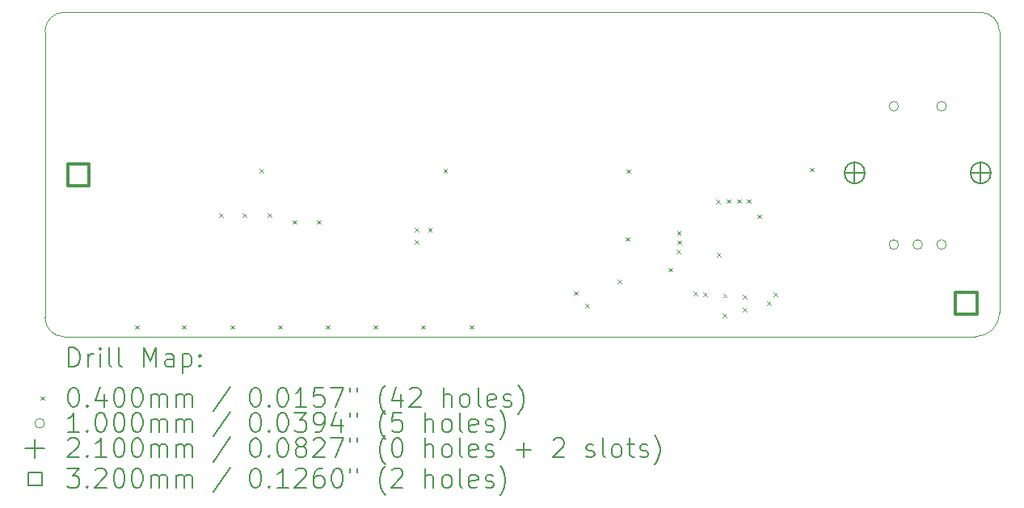
<source format=gbr>
%TF.GenerationSoftware,KiCad,Pcbnew,6.0.11-2627ca5db0~126~ubuntu22.04.1*%
%TF.CreationDate,2024-06-10T15:46:38-04:00*%
%TF.ProjectId,io-board,696f2d62-6f61-4726-942e-6b696361645f,rev?*%
%TF.SameCoordinates,Original*%
%TF.FileFunction,Drillmap*%
%TF.FilePolarity,Positive*%
%FSLAX45Y45*%
G04 Gerber Fmt 4.5, Leading zero omitted, Abs format (unit mm)*
G04 Created by KiCad (PCBNEW 6.0.11-2627ca5db0~126~ubuntu22.04.1) date 2024-06-10 15:46:38*
%MOMM*%
%LPD*%
G01*
G04 APERTURE LIST*
%ADD10C,0.100000*%
%ADD11C,0.200000*%
%ADD12C,0.040000*%
%ADD13C,0.210000*%
%ADD14C,0.320000*%
G04 APERTURE END LIST*
D10*
X19787260Y-7121000D02*
G75*
G03*
X19587260Y-6921000I-200000J0D01*
G01*
X9787260Y-7121000D02*
X9787260Y-10121000D01*
X9987260Y-6921000D02*
X19587260Y-6921000D01*
X19787260Y-10071000D02*
X19787260Y-7121000D01*
X9787260Y-10121000D02*
G75*
G03*
X9987260Y-10321000I200000J0D01*
G01*
X9987260Y-10321000D02*
X19537260Y-10321000D01*
X19537260Y-10321000D02*
G75*
G03*
X19787260Y-10071000I0J250000D01*
G01*
X9987260Y-6921000D02*
G75*
G03*
X9787260Y-7121000I0J-200000D01*
G01*
D11*
D12*
X10730000Y-10200000D02*
X10770000Y-10240000D01*
X10770000Y-10200000D02*
X10730000Y-10240000D01*
X11220000Y-10200000D02*
X11260000Y-10240000D01*
X11260000Y-10200000D02*
X11220000Y-10240000D01*
X11610000Y-9030000D02*
X11650000Y-9070000D01*
X11650000Y-9030000D02*
X11610000Y-9070000D01*
X11730000Y-10200000D02*
X11770000Y-10240000D01*
X11770000Y-10200000D02*
X11730000Y-10240000D01*
X11860000Y-9030000D02*
X11900000Y-9070000D01*
X11900000Y-9030000D02*
X11860000Y-9070000D01*
X12038260Y-8561000D02*
X12078260Y-8601000D01*
X12078260Y-8561000D02*
X12038260Y-8601000D01*
X12120000Y-9030000D02*
X12160000Y-9070000D01*
X12160000Y-9030000D02*
X12120000Y-9070000D01*
X12230000Y-10200000D02*
X12270000Y-10240000D01*
X12270000Y-10200000D02*
X12230000Y-10240000D01*
X12380000Y-9100000D02*
X12420000Y-9140000D01*
X12420000Y-9100000D02*
X12380000Y-9140000D01*
X12639622Y-9101002D02*
X12679622Y-9141002D01*
X12679622Y-9101002D02*
X12639622Y-9141002D01*
X12730000Y-10200000D02*
X12770000Y-10240000D01*
X12770000Y-10200000D02*
X12730000Y-10240000D01*
X13230000Y-10200000D02*
X13270000Y-10240000D01*
X13270000Y-10200000D02*
X13230000Y-10240000D01*
X13660000Y-9180000D02*
X13700000Y-9220000D01*
X13700000Y-9180000D02*
X13660000Y-9220000D01*
X13660000Y-9310000D02*
X13700000Y-9350000D01*
X13700000Y-9310000D02*
X13660000Y-9350000D01*
X13730000Y-10200000D02*
X13770000Y-10240000D01*
X13770000Y-10200000D02*
X13730000Y-10240000D01*
X13800000Y-9180000D02*
X13840000Y-9220000D01*
X13840000Y-9180000D02*
X13800000Y-9220000D01*
X13961260Y-8561000D02*
X14001260Y-8601000D01*
X14001260Y-8561000D02*
X13961260Y-8601000D01*
X14240000Y-10200000D02*
X14280000Y-10240000D01*
X14280000Y-10200000D02*
X14240000Y-10240000D01*
X15331712Y-9846548D02*
X15371712Y-9886548D01*
X15371712Y-9846548D02*
X15331712Y-9886548D01*
X15447260Y-9978950D02*
X15487260Y-10018950D01*
X15487260Y-9978950D02*
X15447260Y-10018950D01*
X15787260Y-9721000D02*
X15827260Y-9761000D01*
X15827260Y-9721000D02*
X15787260Y-9761000D01*
X15872260Y-9279000D02*
X15912260Y-9319000D01*
X15912260Y-9279000D02*
X15872260Y-9319000D01*
X15880260Y-8566000D02*
X15920260Y-8606000D01*
X15920260Y-8566000D02*
X15880260Y-8606000D01*
X16320000Y-9600000D02*
X16360000Y-9640000D01*
X16360000Y-9600000D02*
X16320000Y-9640000D01*
X16407260Y-9410000D02*
X16447260Y-9450000D01*
X16447260Y-9410000D02*
X16407260Y-9450000D01*
X16409218Y-9214466D02*
X16449218Y-9254466D01*
X16449218Y-9214466D02*
X16409218Y-9254466D01*
X16414142Y-9312292D02*
X16454142Y-9352292D01*
X16454142Y-9312292D02*
X16414142Y-9352292D01*
X16580000Y-9850000D02*
X16620000Y-9890000D01*
X16620000Y-9850000D02*
X16580000Y-9890000D01*
X16686025Y-9856025D02*
X16726025Y-9896025D01*
X16726025Y-9856025D02*
X16686025Y-9896025D01*
X16818381Y-8883467D02*
X16858381Y-8923467D01*
X16858381Y-8883467D02*
X16818381Y-8923467D01*
X16825260Y-9443000D02*
X16865260Y-9483000D01*
X16865260Y-9443000D02*
X16825260Y-9483000D01*
X16890000Y-10080000D02*
X16930000Y-10120000D01*
X16930000Y-10080000D02*
X16890000Y-10120000D01*
X16890260Y-9869740D02*
X16930260Y-9909740D01*
X16930260Y-9869740D02*
X16890260Y-9909740D01*
X16930000Y-8880000D02*
X16970000Y-8920000D01*
X16970000Y-8880000D02*
X16930000Y-8920000D01*
X17040000Y-8880000D02*
X17080000Y-8920000D01*
X17080000Y-8880000D02*
X17040000Y-8920000D01*
X17097260Y-9881000D02*
X17137260Y-9921000D01*
X17137260Y-9881000D02*
X17097260Y-9921000D01*
X17097260Y-10017950D02*
X17137260Y-10057950D01*
X17137260Y-10017950D02*
X17097260Y-10057950D01*
X17140000Y-8880000D02*
X17180000Y-8920000D01*
X17180000Y-8880000D02*
X17140000Y-8920000D01*
X17250000Y-9040000D02*
X17290000Y-9080000D01*
X17290000Y-9040000D02*
X17250000Y-9080000D01*
X17350000Y-9950000D02*
X17390000Y-9990000D01*
X17390000Y-9950000D02*
X17350000Y-9990000D01*
X17420000Y-9860000D02*
X17460000Y-9900000D01*
X17460000Y-9860000D02*
X17420000Y-9900000D01*
X17801260Y-8550000D02*
X17841260Y-8590000D01*
X17841260Y-8550000D02*
X17801260Y-8590000D01*
D10*
X18730000Y-7905000D02*
G75*
G03*
X18730000Y-7905000I-50000J0D01*
G01*
X18730000Y-9355000D02*
G75*
G03*
X18730000Y-9355000I-50000J0D01*
G01*
X18980000Y-9355000D02*
G75*
G03*
X18980000Y-9355000I-50000J0D01*
G01*
X19230000Y-7905000D02*
G75*
G03*
X19230000Y-7905000I-50000J0D01*
G01*
X19230000Y-9355000D02*
G75*
G03*
X19230000Y-9355000I-50000J0D01*
G01*
D13*
X18270000Y-8500000D02*
X18270000Y-8710000D01*
X18165000Y-8605000D02*
X18375000Y-8605000D01*
D11*
X18165000Y-8600000D02*
X18165000Y-8610000D01*
X18375000Y-8600000D02*
X18375000Y-8610000D01*
X18165000Y-8610000D02*
G75*
G03*
X18375000Y-8610000I105000J0D01*
G01*
X18375000Y-8600000D02*
G75*
G03*
X18165000Y-8600000I-105000J0D01*
G01*
D13*
X19590000Y-8500000D02*
X19590000Y-8710000D01*
X19485000Y-8605000D02*
X19695000Y-8605000D01*
D11*
X19485000Y-8600000D02*
X19485000Y-8610000D01*
X19695000Y-8600000D02*
X19695000Y-8610000D01*
X19485000Y-8610000D02*
G75*
G03*
X19695000Y-8610000I105000J0D01*
G01*
X19695000Y-8600000D02*
G75*
G03*
X19485000Y-8600000I-105000J0D01*
G01*
D14*
X10250398Y-8736138D02*
X10250398Y-8509862D01*
X10024122Y-8509862D01*
X10024122Y-8736138D01*
X10250398Y-8736138D01*
X19550398Y-10087138D02*
X19550398Y-9860862D01*
X19324122Y-9860862D01*
X19324122Y-10087138D01*
X19550398Y-10087138D01*
D11*
X10039879Y-10636476D02*
X10039879Y-10436476D01*
X10087498Y-10436476D01*
X10116069Y-10446000D01*
X10135117Y-10465048D01*
X10144641Y-10484095D01*
X10154165Y-10522190D01*
X10154165Y-10550762D01*
X10144641Y-10588857D01*
X10135117Y-10607905D01*
X10116069Y-10626952D01*
X10087498Y-10636476D01*
X10039879Y-10636476D01*
X10239879Y-10636476D02*
X10239879Y-10503143D01*
X10239879Y-10541238D02*
X10249403Y-10522190D01*
X10258926Y-10512667D01*
X10277974Y-10503143D01*
X10297022Y-10503143D01*
X10363688Y-10636476D02*
X10363688Y-10503143D01*
X10363688Y-10436476D02*
X10354165Y-10446000D01*
X10363688Y-10455524D01*
X10373212Y-10446000D01*
X10363688Y-10436476D01*
X10363688Y-10455524D01*
X10487498Y-10636476D02*
X10468450Y-10626952D01*
X10458926Y-10607905D01*
X10458926Y-10436476D01*
X10592260Y-10636476D02*
X10573212Y-10626952D01*
X10563688Y-10607905D01*
X10563688Y-10436476D01*
X10820831Y-10636476D02*
X10820831Y-10436476D01*
X10887498Y-10579333D01*
X10954165Y-10436476D01*
X10954165Y-10636476D01*
X11135117Y-10636476D02*
X11135117Y-10531714D01*
X11125593Y-10512667D01*
X11106546Y-10503143D01*
X11068450Y-10503143D01*
X11049403Y-10512667D01*
X11135117Y-10626952D02*
X11116069Y-10636476D01*
X11068450Y-10636476D01*
X11049403Y-10626952D01*
X11039879Y-10607905D01*
X11039879Y-10588857D01*
X11049403Y-10569810D01*
X11068450Y-10560286D01*
X11116069Y-10560286D01*
X11135117Y-10550762D01*
X11230355Y-10503143D02*
X11230355Y-10703143D01*
X11230355Y-10512667D02*
X11249403Y-10503143D01*
X11287498Y-10503143D01*
X11306545Y-10512667D01*
X11316069Y-10522190D01*
X11325593Y-10541238D01*
X11325593Y-10598381D01*
X11316069Y-10617429D01*
X11306545Y-10626952D01*
X11287498Y-10636476D01*
X11249403Y-10636476D01*
X11230355Y-10626952D01*
X11411307Y-10617429D02*
X11420831Y-10626952D01*
X11411307Y-10636476D01*
X11401784Y-10626952D01*
X11411307Y-10617429D01*
X11411307Y-10636476D01*
X11411307Y-10512667D02*
X11420831Y-10522190D01*
X11411307Y-10531714D01*
X11401784Y-10522190D01*
X11411307Y-10512667D01*
X11411307Y-10531714D01*
D12*
X9742260Y-10946000D02*
X9782260Y-10986000D01*
X9782260Y-10946000D02*
X9742260Y-10986000D01*
D11*
X10077974Y-10856476D02*
X10097022Y-10856476D01*
X10116069Y-10866000D01*
X10125593Y-10875524D01*
X10135117Y-10894571D01*
X10144641Y-10932667D01*
X10144641Y-10980286D01*
X10135117Y-11018381D01*
X10125593Y-11037429D01*
X10116069Y-11046952D01*
X10097022Y-11056476D01*
X10077974Y-11056476D01*
X10058926Y-11046952D01*
X10049403Y-11037429D01*
X10039879Y-11018381D01*
X10030355Y-10980286D01*
X10030355Y-10932667D01*
X10039879Y-10894571D01*
X10049403Y-10875524D01*
X10058926Y-10866000D01*
X10077974Y-10856476D01*
X10230355Y-11037429D02*
X10239879Y-11046952D01*
X10230355Y-11056476D01*
X10220831Y-11046952D01*
X10230355Y-11037429D01*
X10230355Y-11056476D01*
X10411307Y-10923143D02*
X10411307Y-11056476D01*
X10363688Y-10846952D02*
X10316069Y-10989810D01*
X10439879Y-10989810D01*
X10554165Y-10856476D02*
X10573212Y-10856476D01*
X10592260Y-10866000D01*
X10601784Y-10875524D01*
X10611307Y-10894571D01*
X10620831Y-10932667D01*
X10620831Y-10980286D01*
X10611307Y-11018381D01*
X10601784Y-11037429D01*
X10592260Y-11046952D01*
X10573212Y-11056476D01*
X10554165Y-11056476D01*
X10535117Y-11046952D01*
X10525593Y-11037429D01*
X10516069Y-11018381D01*
X10506546Y-10980286D01*
X10506546Y-10932667D01*
X10516069Y-10894571D01*
X10525593Y-10875524D01*
X10535117Y-10866000D01*
X10554165Y-10856476D01*
X10744641Y-10856476D02*
X10763688Y-10856476D01*
X10782736Y-10866000D01*
X10792260Y-10875524D01*
X10801784Y-10894571D01*
X10811307Y-10932667D01*
X10811307Y-10980286D01*
X10801784Y-11018381D01*
X10792260Y-11037429D01*
X10782736Y-11046952D01*
X10763688Y-11056476D01*
X10744641Y-11056476D01*
X10725593Y-11046952D01*
X10716069Y-11037429D01*
X10706546Y-11018381D01*
X10697022Y-10980286D01*
X10697022Y-10932667D01*
X10706546Y-10894571D01*
X10716069Y-10875524D01*
X10725593Y-10866000D01*
X10744641Y-10856476D01*
X10897022Y-11056476D02*
X10897022Y-10923143D01*
X10897022Y-10942190D02*
X10906546Y-10932667D01*
X10925593Y-10923143D01*
X10954165Y-10923143D01*
X10973212Y-10932667D01*
X10982736Y-10951714D01*
X10982736Y-11056476D01*
X10982736Y-10951714D02*
X10992260Y-10932667D01*
X11011307Y-10923143D01*
X11039879Y-10923143D01*
X11058926Y-10932667D01*
X11068450Y-10951714D01*
X11068450Y-11056476D01*
X11163688Y-11056476D02*
X11163688Y-10923143D01*
X11163688Y-10942190D02*
X11173212Y-10932667D01*
X11192260Y-10923143D01*
X11220831Y-10923143D01*
X11239879Y-10932667D01*
X11249403Y-10951714D01*
X11249403Y-11056476D01*
X11249403Y-10951714D02*
X11258926Y-10932667D01*
X11277974Y-10923143D01*
X11306545Y-10923143D01*
X11325593Y-10932667D01*
X11335117Y-10951714D01*
X11335117Y-11056476D01*
X11725593Y-10846952D02*
X11554164Y-11104095D01*
X11982736Y-10856476D02*
X12001784Y-10856476D01*
X12020831Y-10866000D01*
X12030355Y-10875524D01*
X12039879Y-10894571D01*
X12049403Y-10932667D01*
X12049403Y-10980286D01*
X12039879Y-11018381D01*
X12030355Y-11037429D01*
X12020831Y-11046952D01*
X12001784Y-11056476D01*
X11982736Y-11056476D01*
X11963688Y-11046952D01*
X11954164Y-11037429D01*
X11944641Y-11018381D01*
X11935117Y-10980286D01*
X11935117Y-10932667D01*
X11944641Y-10894571D01*
X11954164Y-10875524D01*
X11963688Y-10866000D01*
X11982736Y-10856476D01*
X12135117Y-11037429D02*
X12144641Y-11046952D01*
X12135117Y-11056476D01*
X12125593Y-11046952D01*
X12135117Y-11037429D01*
X12135117Y-11056476D01*
X12268450Y-10856476D02*
X12287498Y-10856476D01*
X12306545Y-10866000D01*
X12316069Y-10875524D01*
X12325593Y-10894571D01*
X12335117Y-10932667D01*
X12335117Y-10980286D01*
X12325593Y-11018381D01*
X12316069Y-11037429D01*
X12306545Y-11046952D01*
X12287498Y-11056476D01*
X12268450Y-11056476D01*
X12249403Y-11046952D01*
X12239879Y-11037429D01*
X12230355Y-11018381D01*
X12220831Y-10980286D01*
X12220831Y-10932667D01*
X12230355Y-10894571D01*
X12239879Y-10875524D01*
X12249403Y-10866000D01*
X12268450Y-10856476D01*
X12525593Y-11056476D02*
X12411307Y-11056476D01*
X12468450Y-11056476D02*
X12468450Y-10856476D01*
X12449403Y-10885048D01*
X12430355Y-10904095D01*
X12411307Y-10913619D01*
X12706545Y-10856476D02*
X12611307Y-10856476D01*
X12601784Y-10951714D01*
X12611307Y-10942190D01*
X12630355Y-10932667D01*
X12677974Y-10932667D01*
X12697022Y-10942190D01*
X12706545Y-10951714D01*
X12716069Y-10970762D01*
X12716069Y-11018381D01*
X12706545Y-11037429D01*
X12697022Y-11046952D01*
X12677974Y-11056476D01*
X12630355Y-11056476D01*
X12611307Y-11046952D01*
X12601784Y-11037429D01*
X12782736Y-10856476D02*
X12916069Y-10856476D01*
X12830355Y-11056476D01*
X12982736Y-10856476D02*
X12982736Y-10894571D01*
X13058926Y-10856476D02*
X13058926Y-10894571D01*
X13354164Y-11132667D02*
X13344641Y-11123143D01*
X13325593Y-11094571D01*
X13316069Y-11075524D01*
X13306545Y-11046952D01*
X13297022Y-10999333D01*
X13297022Y-10961238D01*
X13306545Y-10913619D01*
X13316069Y-10885048D01*
X13325593Y-10866000D01*
X13344641Y-10837429D01*
X13354164Y-10827905D01*
X13516069Y-10923143D02*
X13516069Y-11056476D01*
X13468450Y-10846952D02*
X13420831Y-10989810D01*
X13544641Y-10989810D01*
X13611307Y-10875524D02*
X13620831Y-10866000D01*
X13639879Y-10856476D01*
X13687498Y-10856476D01*
X13706545Y-10866000D01*
X13716069Y-10875524D01*
X13725593Y-10894571D01*
X13725593Y-10913619D01*
X13716069Y-10942190D01*
X13601784Y-11056476D01*
X13725593Y-11056476D01*
X13963688Y-11056476D02*
X13963688Y-10856476D01*
X14049403Y-11056476D02*
X14049403Y-10951714D01*
X14039879Y-10932667D01*
X14020831Y-10923143D01*
X13992260Y-10923143D01*
X13973212Y-10932667D01*
X13963688Y-10942190D01*
X14173212Y-11056476D02*
X14154164Y-11046952D01*
X14144641Y-11037429D01*
X14135117Y-11018381D01*
X14135117Y-10961238D01*
X14144641Y-10942190D01*
X14154164Y-10932667D01*
X14173212Y-10923143D01*
X14201784Y-10923143D01*
X14220831Y-10932667D01*
X14230355Y-10942190D01*
X14239879Y-10961238D01*
X14239879Y-11018381D01*
X14230355Y-11037429D01*
X14220831Y-11046952D01*
X14201784Y-11056476D01*
X14173212Y-11056476D01*
X14354164Y-11056476D02*
X14335117Y-11046952D01*
X14325593Y-11027905D01*
X14325593Y-10856476D01*
X14506545Y-11046952D02*
X14487498Y-11056476D01*
X14449403Y-11056476D01*
X14430355Y-11046952D01*
X14420831Y-11027905D01*
X14420831Y-10951714D01*
X14430355Y-10932667D01*
X14449403Y-10923143D01*
X14487498Y-10923143D01*
X14506545Y-10932667D01*
X14516069Y-10951714D01*
X14516069Y-10970762D01*
X14420831Y-10989810D01*
X14592260Y-11046952D02*
X14611307Y-11056476D01*
X14649403Y-11056476D01*
X14668450Y-11046952D01*
X14677974Y-11027905D01*
X14677974Y-11018381D01*
X14668450Y-10999333D01*
X14649403Y-10989810D01*
X14620831Y-10989810D01*
X14601784Y-10980286D01*
X14592260Y-10961238D01*
X14592260Y-10951714D01*
X14601784Y-10932667D01*
X14620831Y-10923143D01*
X14649403Y-10923143D01*
X14668450Y-10932667D01*
X14744641Y-11132667D02*
X14754164Y-11123143D01*
X14773212Y-11094571D01*
X14782736Y-11075524D01*
X14792260Y-11046952D01*
X14801784Y-10999333D01*
X14801784Y-10961238D01*
X14792260Y-10913619D01*
X14782736Y-10885048D01*
X14773212Y-10866000D01*
X14754164Y-10837429D01*
X14744641Y-10827905D01*
D10*
X9782260Y-11230000D02*
G75*
G03*
X9782260Y-11230000I-50000J0D01*
G01*
D11*
X10144641Y-11320476D02*
X10030355Y-11320476D01*
X10087498Y-11320476D02*
X10087498Y-11120476D01*
X10068450Y-11149048D01*
X10049403Y-11168095D01*
X10030355Y-11177619D01*
X10230355Y-11301428D02*
X10239879Y-11310952D01*
X10230355Y-11320476D01*
X10220831Y-11310952D01*
X10230355Y-11301428D01*
X10230355Y-11320476D01*
X10363688Y-11120476D02*
X10382736Y-11120476D01*
X10401784Y-11130000D01*
X10411307Y-11139524D01*
X10420831Y-11158571D01*
X10430355Y-11196667D01*
X10430355Y-11244286D01*
X10420831Y-11282381D01*
X10411307Y-11301428D01*
X10401784Y-11310952D01*
X10382736Y-11320476D01*
X10363688Y-11320476D01*
X10344641Y-11310952D01*
X10335117Y-11301428D01*
X10325593Y-11282381D01*
X10316069Y-11244286D01*
X10316069Y-11196667D01*
X10325593Y-11158571D01*
X10335117Y-11139524D01*
X10344641Y-11130000D01*
X10363688Y-11120476D01*
X10554165Y-11120476D02*
X10573212Y-11120476D01*
X10592260Y-11130000D01*
X10601784Y-11139524D01*
X10611307Y-11158571D01*
X10620831Y-11196667D01*
X10620831Y-11244286D01*
X10611307Y-11282381D01*
X10601784Y-11301428D01*
X10592260Y-11310952D01*
X10573212Y-11320476D01*
X10554165Y-11320476D01*
X10535117Y-11310952D01*
X10525593Y-11301428D01*
X10516069Y-11282381D01*
X10506546Y-11244286D01*
X10506546Y-11196667D01*
X10516069Y-11158571D01*
X10525593Y-11139524D01*
X10535117Y-11130000D01*
X10554165Y-11120476D01*
X10744641Y-11120476D02*
X10763688Y-11120476D01*
X10782736Y-11130000D01*
X10792260Y-11139524D01*
X10801784Y-11158571D01*
X10811307Y-11196667D01*
X10811307Y-11244286D01*
X10801784Y-11282381D01*
X10792260Y-11301428D01*
X10782736Y-11310952D01*
X10763688Y-11320476D01*
X10744641Y-11320476D01*
X10725593Y-11310952D01*
X10716069Y-11301428D01*
X10706546Y-11282381D01*
X10697022Y-11244286D01*
X10697022Y-11196667D01*
X10706546Y-11158571D01*
X10716069Y-11139524D01*
X10725593Y-11130000D01*
X10744641Y-11120476D01*
X10897022Y-11320476D02*
X10897022Y-11187143D01*
X10897022Y-11206190D02*
X10906546Y-11196667D01*
X10925593Y-11187143D01*
X10954165Y-11187143D01*
X10973212Y-11196667D01*
X10982736Y-11215714D01*
X10982736Y-11320476D01*
X10982736Y-11215714D02*
X10992260Y-11196667D01*
X11011307Y-11187143D01*
X11039879Y-11187143D01*
X11058926Y-11196667D01*
X11068450Y-11215714D01*
X11068450Y-11320476D01*
X11163688Y-11320476D02*
X11163688Y-11187143D01*
X11163688Y-11206190D02*
X11173212Y-11196667D01*
X11192260Y-11187143D01*
X11220831Y-11187143D01*
X11239879Y-11196667D01*
X11249403Y-11215714D01*
X11249403Y-11320476D01*
X11249403Y-11215714D02*
X11258926Y-11196667D01*
X11277974Y-11187143D01*
X11306545Y-11187143D01*
X11325593Y-11196667D01*
X11335117Y-11215714D01*
X11335117Y-11320476D01*
X11725593Y-11110952D02*
X11554164Y-11368095D01*
X11982736Y-11120476D02*
X12001784Y-11120476D01*
X12020831Y-11130000D01*
X12030355Y-11139524D01*
X12039879Y-11158571D01*
X12049403Y-11196667D01*
X12049403Y-11244286D01*
X12039879Y-11282381D01*
X12030355Y-11301428D01*
X12020831Y-11310952D01*
X12001784Y-11320476D01*
X11982736Y-11320476D01*
X11963688Y-11310952D01*
X11954164Y-11301428D01*
X11944641Y-11282381D01*
X11935117Y-11244286D01*
X11935117Y-11196667D01*
X11944641Y-11158571D01*
X11954164Y-11139524D01*
X11963688Y-11130000D01*
X11982736Y-11120476D01*
X12135117Y-11301428D02*
X12144641Y-11310952D01*
X12135117Y-11320476D01*
X12125593Y-11310952D01*
X12135117Y-11301428D01*
X12135117Y-11320476D01*
X12268450Y-11120476D02*
X12287498Y-11120476D01*
X12306545Y-11130000D01*
X12316069Y-11139524D01*
X12325593Y-11158571D01*
X12335117Y-11196667D01*
X12335117Y-11244286D01*
X12325593Y-11282381D01*
X12316069Y-11301428D01*
X12306545Y-11310952D01*
X12287498Y-11320476D01*
X12268450Y-11320476D01*
X12249403Y-11310952D01*
X12239879Y-11301428D01*
X12230355Y-11282381D01*
X12220831Y-11244286D01*
X12220831Y-11196667D01*
X12230355Y-11158571D01*
X12239879Y-11139524D01*
X12249403Y-11130000D01*
X12268450Y-11120476D01*
X12401784Y-11120476D02*
X12525593Y-11120476D01*
X12458926Y-11196667D01*
X12487498Y-11196667D01*
X12506545Y-11206190D01*
X12516069Y-11215714D01*
X12525593Y-11234762D01*
X12525593Y-11282381D01*
X12516069Y-11301428D01*
X12506545Y-11310952D01*
X12487498Y-11320476D01*
X12430355Y-11320476D01*
X12411307Y-11310952D01*
X12401784Y-11301428D01*
X12620831Y-11320476D02*
X12658926Y-11320476D01*
X12677974Y-11310952D01*
X12687498Y-11301428D01*
X12706545Y-11272857D01*
X12716069Y-11234762D01*
X12716069Y-11158571D01*
X12706545Y-11139524D01*
X12697022Y-11130000D01*
X12677974Y-11120476D01*
X12639879Y-11120476D01*
X12620831Y-11130000D01*
X12611307Y-11139524D01*
X12601784Y-11158571D01*
X12601784Y-11206190D01*
X12611307Y-11225238D01*
X12620831Y-11234762D01*
X12639879Y-11244286D01*
X12677974Y-11244286D01*
X12697022Y-11234762D01*
X12706545Y-11225238D01*
X12716069Y-11206190D01*
X12887498Y-11187143D02*
X12887498Y-11320476D01*
X12839879Y-11110952D02*
X12792260Y-11253809D01*
X12916069Y-11253809D01*
X12982736Y-11120476D02*
X12982736Y-11158571D01*
X13058926Y-11120476D02*
X13058926Y-11158571D01*
X13354164Y-11396667D02*
X13344641Y-11387143D01*
X13325593Y-11358571D01*
X13316069Y-11339524D01*
X13306545Y-11310952D01*
X13297022Y-11263333D01*
X13297022Y-11225238D01*
X13306545Y-11177619D01*
X13316069Y-11149048D01*
X13325593Y-11130000D01*
X13344641Y-11101429D01*
X13354164Y-11091905D01*
X13525593Y-11120476D02*
X13430355Y-11120476D01*
X13420831Y-11215714D01*
X13430355Y-11206190D01*
X13449403Y-11196667D01*
X13497022Y-11196667D01*
X13516069Y-11206190D01*
X13525593Y-11215714D01*
X13535117Y-11234762D01*
X13535117Y-11282381D01*
X13525593Y-11301428D01*
X13516069Y-11310952D01*
X13497022Y-11320476D01*
X13449403Y-11320476D01*
X13430355Y-11310952D01*
X13420831Y-11301428D01*
X13773212Y-11320476D02*
X13773212Y-11120476D01*
X13858926Y-11320476D02*
X13858926Y-11215714D01*
X13849403Y-11196667D01*
X13830355Y-11187143D01*
X13801784Y-11187143D01*
X13782736Y-11196667D01*
X13773212Y-11206190D01*
X13982736Y-11320476D02*
X13963688Y-11310952D01*
X13954164Y-11301428D01*
X13944641Y-11282381D01*
X13944641Y-11225238D01*
X13954164Y-11206190D01*
X13963688Y-11196667D01*
X13982736Y-11187143D01*
X14011307Y-11187143D01*
X14030355Y-11196667D01*
X14039879Y-11206190D01*
X14049403Y-11225238D01*
X14049403Y-11282381D01*
X14039879Y-11301428D01*
X14030355Y-11310952D01*
X14011307Y-11320476D01*
X13982736Y-11320476D01*
X14163688Y-11320476D02*
X14144641Y-11310952D01*
X14135117Y-11291905D01*
X14135117Y-11120476D01*
X14316069Y-11310952D02*
X14297022Y-11320476D01*
X14258926Y-11320476D01*
X14239879Y-11310952D01*
X14230355Y-11291905D01*
X14230355Y-11215714D01*
X14239879Y-11196667D01*
X14258926Y-11187143D01*
X14297022Y-11187143D01*
X14316069Y-11196667D01*
X14325593Y-11215714D01*
X14325593Y-11234762D01*
X14230355Y-11253809D01*
X14401784Y-11310952D02*
X14420831Y-11320476D01*
X14458926Y-11320476D01*
X14477974Y-11310952D01*
X14487498Y-11291905D01*
X14487498Y-11282381D01*
X14477974Y-11263333D01*
X14458926Y-11253809D01*
X14430355Y-11253809D01*
X14411307Y-11244286D01*
X14401784Y-11225238D01*
X14401784Y-11215714D01*
X14411307Y-11196667D01*
X14430355Y-11187143D01*
X14458926Y-11187143D01*
X14477974Y-11196667D01*
X14554164Y-11396667D02*
X14563688Y-11387143D01*
X14582736Y-11358571D01*
X14592260Y-11339524D01*
X14601784Y-11310952D01*
X14611307Y-11263333D01*
X14611307Y-11225238D01*
X14601784Y-11177619D01*
X14592260Y-11149048D01*
X14582736Y-11130000D01*
X14563688Y-11101429D01*
X14554164Y-11091905D01*
X9682260Y-11394000D02*
X9682260Y-11594000D01*
X9582260Y-11494000D02*
X9782260Y-11494000D01*
X10030355Y-11403524D02*
X10039879Y-11394000D01*
X10058926Y-11384476D01*
X10106546Y-11384476D01*
X10125593Y-11394000D01*
X10135117Y-11403524D01*
X10144641Y-11422571D01*
X10144641Y-11441619D01*
X10135117Y-11470190D01*
X10020831Y-11584476D01*
X10144641Y-11584476D01*
X10230355Y-11565428D02*
X10239879Y-11574952D01*
X10230355Y-11584476D01*
X10220831Y-11574952D01*
X10230355Y-11565428D01*
X10230355Y-11584476D01*
X10430355Y-11584476D02*
X10316069Y-11584476D01*
X10373212Y-11584476D02*
X10373212Y-11384476D01*
X10354165Y-11413048D01*
X10335117Y-11432095D01*
X10316069Y-11441619D01*
X10554165Y-11384476D02*
X10573212Y-11384476D01*
X10592260Y-11394000D01*
X10601784Y-11403524D01*
X10611307Y-11422571D01*
X10620831Y-11460667D01*
X10620831Y-11508286D01*
X10611307Y-11546381D01*
X10601784Y-11565428D01*
X10592260Y-11574952D01*
X10573212Y-11584476D01*
X10554165Y-11584476D01*
X10535117Y-11574952D01*
X10525593Y-11565428D01*
X10516069Y-11546381D01*
X10506546Y-11508286D01*
X10506546Y-11460667D01*
X10516069Y-11422571D01*
X10525593Y-11403524D01*
X10535117Y-11394000D01*
X10554165Y-11384476D01*
X10744641Y-11384476D02*
X10763688Y-11384476D01*
X10782736Y-11394000D01*
X10792260Y-11403524D01*
X10801784Y-11422571D01*
X10811307Y-11460667D01*
X10811307Y-11508286D01*
X10801784Y-11546381D01*
X10792260Y-11565428D01*
X10782736Y-11574952D01*
X10763688Y-11584476D01*
X10744641Y-11584476D01*
X10725593Y-11574952D01*
X10716069Y-11565428D01*
X10706546Y-11546381D01*
X10697022Y-11508286D01*
X10697022Y-11460667D01*
X10706546Y-11422571D01*
X10716069Y-11403524D01*
X10725593Y-11394000D01*
X10744641Y-11384476D01*
X10897022Y-11584476D02*
X10897022Y-11451143D01*
X10897022Y-11470190D02*
X10906546Y-11460667D01*
X10925593Y-11451143D01*
X10954165Y-11451143D01*
X10973212Y-11460667D01*
X10982736Y-11479714D01*
X10982736Y-11584476D01*
X10982736Y-11479714D02*
X10992260Y-11460667D01*
X11011307Y-11451143D01*
X11039879Y-11451143D01*
X11058926Y-11460667D01*
X11068450Y-11479714D01*
X11068450Y-11584476D01*
X11163688Y-11584476D02*
X11163688Y-11451143D01*
X11163688Y-11470190D02*
X11173212Y-11460667D01*
X11192260Y-11451143D01*
X11220831Y-11451143D01*
X11239879Y-11460667D01*
X11249403Y-11479714D01*
X11249403Y-11584476D01*
X11249403Y-11479714D02*
X11258926Y-11460667D01*
X11277974Y-11451143D01*
X11306545Y-11451143D01*
X11325593Y-11460667D01*
X11335117Y-11479714D01*
X11335117Y-11584476D01*
X11725593Y-11374952D02*
X11554164Y-11632095D01*
X11982736Y-11384476D02*
X12001784Y-11384476D01*
X12020831Y-11394000D01*
X12030355Y-11403524D01*
X12039879Y-11422571D01*
X12049403Y-11460667D01*
X12049403Y-11508286D01*
X12039879Y-11546381D01*
X12030355Y-11565428D01*
X12020831Y-11574952D01*
X12001784Y-11584476D01*
X11982736Y-11584476D01*
X11963688Y-11574952D01*
X11954164Y-11565428D01*
X11944641Y-11546381D01*
X11935117Y-11508286D01*
X11935117Y-11460667D01*
X11944641Y-11422571D01*
X11954164Y-11403524D01*
X11963688Y-11394000D01*
X11982736Y-11384476D01*
X12135117Y-11565428D02*
X12144641Y-11574952D01*
X12135117Y-11584476D01*
X12125593Y-11574952D01*
X12135117Y-11565428D01*
X12135117Y-11584476D01*
X12268450Y-11384476D02*
X12287498Y-11384476D01*
X12306545Y-11394000D01*
X12316069Y-11403524D01*
X12325593Y-11422571D01*
X12335117Y-11460667D01*
X12335117Y-11508286D01*
X12325593Y-11546381D01*
X12316069Y-11565428D01*
X12306545Y-11574952D01*
X12287498Y-11584476D01*
X12268450Y-11584476D01*
X12249403Y-11574952D01*
X12239879Y-11565428D01*
X12230355Y-11546381D01*
X12220831Y-11508286D01*
X12220831Y-11460667D01*
X12230355Y-11422571D01*
X12239879Y-11403524D01*
X12249403Y-11394000D01*
X12268450Y-11384476D01*
X12449403Y-11470190D02*
X12430355Y-11460667D01*
X12420831Y-11451143D01*
X12411307Y-11432095D01*
X12411307Y-11422571D01*
X12420831Y-11403524D01*
X12430355Y-11394000D01*
X12449403Y-11384476D01*
X12487498Y-11384476D01*
X12506545Y-11394000D01*
X12516069Y-11403524D01*
X12525593Y-11422571D01*
X12525593Y-11432095D01*
X12516069Y-11451143D01*
X12506545Y-11460667D01*
X12487498Y-11470190D01*
X12449403Y-11470190D01*
X12430355Y-11479714D01*
X12420831Y-11489238D01*
X12411307Y-11508286D01*
X12411307Y-11546381D01*
X12420831Y-11565428D01*
X12430355Y-11574952D01*
X12449403Y-11584476D01*
X12487498Y-11584476D01*
X12506545Y-11574952D01*
X12516069Y-11565428D01*
X12525593Y-11546381D01*
X12525593Y-11508286D01*
X12516069Y-11489238D01*
X12506545Y-11479714D01*
X12487498Y-11470190D01*
X12601784Y-11403524D02*
X12611307Y-11394000D01*
X12630355Y-11384476D01*
X12677974Y-11384476D01*
X12697022Y-11394000D01*
X12706545Y-11403524D01*
X12716069Y-11422571D01*
X12716069Y-11441619D01*
X12706545Y-11470190D01*
X12592260Y-11584476D01*
X12716069Y-11584476D01*
X12782736Y-11384476D02*
X12916069Y-11384476D01*
X12830355Y-11584476D01*
X12982736Y-11384476D02*
X12982736Y-11422571D01*
X13058926Y-11384476D02*
X13058926Y-11422571D01*
X13354164Y-11660667D02*
X13344641Y-11651143D01*
X13325593Y-11622571D01*
X13316069Y-11603524D01*
X13306545Y-11574952D01*
X13297022Y-11527333D01*
X13297022Y-11489238D01*
X13306545Y-11441619D01*
X13316069Y-11413048D01*
X13325593Y-11394000D01*
X13344641Y-11365428D01*
X13354164Y-11355905D01*
X13468450Y-11384476D02*
X13487498Y-11384476D01*
X13506545Y-11394000D01*
X13516069Y-11403524D01*
X13525593Y-11422571D01*
X13535117Y-11460667D01*
X13535117Y-11508286D01*
X13525593Y-11546381D01*
X13516069Y-11565428D01*
X13506545Y-11574952D01*
X13487498Y-11584476D01*
X13468450Y-11584476D01*
X13449403Y-11574952D01*
X13439879Y-11565428D01*
X13430355Y-11546381D01*
X13420831Y-11508286D01*
X13420831Y-11460667D01*
X13430355Y-11422571D01*
X13439879Y-11403524D01*
X13449403Y-11394000D01*
X13468450Y-11384476D01*
X13773212Y-11584476D02*
X13773212Y-11384476D01*
X13858926Y-11584476D02*
X13858926Y-11479714D01*
X13849403Y-11460667D01*
X13830355Y-11451143D01*
X13801784Y-11451143D01*
X13782736Y-11460667D01*
X13773212Y-11470190D01*
X13982736Y-11584476D02*
X13963688Y-11574952D01*
X13954164Y-11565428D01*
X13944641Y-11546381D01*
X13944641Y-11489238D01*
X13954164Y-11470190D01*
X13963688Y-11460667D01*
X13982736Y-11451143D01*
X14011307Y-11451143D01*
X14030355Y-11460667D01*
X14039879Y-11470190D01*
X14049403Y-11489238D01*
X14049403Y-11546381D01*
X14039879Y-11565428D01*
X14030355Y-11574952D01*
X14011307Y-11584476D01*
X13982736Y-11584476D01*
X14163688Y-11584476D02*
X14144641Y-11574952D01*
X14135117Y-11555905D01*
X14135117Y-11384476D01*
X14316069Y-11574952D02*
X14297022Y-11584476D01*
X14258926Y-11584476D01*
X14239879Y-11574952D01*
X14230355Y-11555905D01*
X14230355Y-11479714D01*
X14239879Y-11460667D01*
X14258926Y-11451143D01*
X14297022Y-11451143D01*
X14316069Y-11460667D01*
X14325593Y-11479714D01*
X14325593Y-11498762D01*
X14230355Y-11517809D01*
X14401784Y-11574952D02*
X14420831Y-11584476D01*
X14458926Y-11584476D01*
X14477974Y-11574952D01*
X14487498Y-11555905D01*
X14487498Y-11546381D01*
X14477974Y-11527333D01*
X14458926Y-11517809D01*
X14430355Y-11517809D01*
X14411307Y-11508286D01*
X14401784Y-11489238D01*
X14401784Y-11479714D01*
X14411307Y-11460667D01*
X14430355Y-11451143D01*
X14458926Y-11451143D01*
X14477974Y-11460667D01*
X14725593Y-11508286D02*
X14877974Y-11508286D01*
X14801784Y-11584476D02*
X14801784Y-11432095D01*
X15116069Y-11403524D02*
X15125593Y-11394000D01*
X15144641Y-11384476D01*
X15192260Y-11384476D01*
X15211307Y-11394000D01*
X15220831Y-11403524D01*
X15230355Y-11422571D01*
X15230355Y-11441619D01*
X15220831Y-11470190D01*
X15106545Y-11584476D01*
X15230355Y-11584476D01*
X15458926Y-11574952D02*
X15477974Y-11584476D01*
X15516069Y-11584476D01*
X15535117Y-11574952D01*
X15544641Y-11555905D01*
X15544641Y-11546381D01*
X15535117Y-11527333D01*
X15516069Y-11517809D01*
X15487498Y-11517809D01*
X15468450Y-11508286D01*
X15458926Y-11489238D01*
X15458926Y-11479714D01*
X15468450Y-11460667D01*
X15487498Y-11451143D01*
X15516069Y-11451143D01*
X15535117Y-11460667D01*
X15658926Y-11584476D02*
X15639879Y-11574952D01*
X15630355Y-11555905D01*
X15630355Y-11384476D01*
X15763688Y-11584476D02*
X15744641Y-11574952D01*
X15735117Y-11565428D01*
X15725593Y-11546381D01*
X15725593Y-11489238D01*
X15735117Y-11470190D01*
X15744641Y-11460667D01*
X15763688Y-11451143D01*
X15792260Y-11451143D01*
X15811307Y-11460667D01*
X15820831Y-11470190D01*
X15830355Y-11489238D01*
X15830355Y-11546381D01*
X15820831Y-11565428D01*
X15811307Y-11574952D01*
X15792260Y-11584476D01*
X15763688Y-11584476D01*
X15887498Y-11451143D02*
X15963688Y-11451143D01*
X15916069Y-11384476D02*
X15916069Y-11555905D01*
X15925593Y-11574952D01*
X15944641Y-11584476D01*
X15963688Y-11584476D01*
X16020831Y-11574952D02*
X16039879Y-11584476D01*
X16077974Y-11584476D01*
X16097022Y-11574952D01*
X16106545Y-11555905D01*
X16106545Y-11546381D01*
X16097022Y-11527333D01*
X16077974Y-11517809D01*
X16049403Y-11517809D01*
X16030355Y-11508286D01*
X16020831Y-11489238D01*
X16020831Y-11479714D01*
X16030355Y-11460667D01*
X16049403Y-11451143D01*
X16077974Y-11451143D01*
X16097022Y-11460667D01*
X16173212Y-11660667D02*
X16182736Y-11651143D01*
X16201784Y-11622571D01*
X16211307Y-11603524D01*
X16220831Y-11574952D01*
X16230355Y-11527333D01*
X16230355Y-11489238D01*
X16220831Y-11441619D01*
X16211307Y-11413048D01*
X16201784Y-11394000D01*
X16182736Y-11365428D01*
X16173212Y-11355905D01*
X9752971Y-11884711D02*
X9752971Y-11743289D01*
X9611548Y-11743289D01*
X9611548Y-11884711D01*
X9752971Y-11884711D01*
X10020831Y-11704476D02*
X10144641Y-11704476D01*
X10077974Y-11780667D01*
X10106546Y-11780667D01*
X10125593Y-11790190D01*
X10135117Y-11799714D01*
X10144641Y-11818762D01*
X10144641Y-11866381D01*
X10135117Y-11885428D01*
X10125593Y-11894952D01*
X10106546Y-11904476D01*
X10049403Y-11904476D01*
X10030355Y-11894952D01*
X10020831Y-11885428D01*
X10230355Y-11885428D02*
X10239879Y-11894952D01*
X10230355Y-11904476D01*
X10220831Y-11894952D01*
X10230355Y-11885428D01*
X10230355Y-11904476D01*
X10316069Y-11723524D02*
X10325593Y-11714000D01*
X10344641Y-11704476D01*
X10392260Y-11704476D01*
X10411307Y-11714000D01*
X10420831Y-11723524D01*
X10430355Y-11742571D01*
X10430355Y-11761619D01*
X10420831Y-11790190D01*
X10306546Y-11904476D01*
X10430355Y-11904476D01*
X10554165Y-11704476D02*
X10573212Y-11704476D01*
X10592260Y-11714000D01*
X10601784Y-11723524D01*
X10611307Y-11742571D01*
X10620831Y-11780667D01*
X10620831Y-11828286D01*
X10611307Y-11866381D01*
X10601784Y-11885428D01*
X10592260Y-11894952D01*
X10573212Y-11904476D01*
X10554165Y-11904476D01*
X10535117Y-11894952D01*
X10525593Y-11885428D01*
X10516069Y-11866381D01*
X10506546Y-11828286D01*
X10506546Y-11780667D01*
X10516069Y-11742571D01*
X10525593Y-11723524D01*
X10535117Y-11714000D01*
X10554165Y-11704476D01*
X10744641Y-11704476D02*
X10763688Y-11704476D01*
X10782736Y-11714000D01*
X10792260Y-11723524D01*
X10801784Y-11742571D01*
X10811307Y-11780667D01*
X10811307Y-11828286D01*
X10801784Y-11866381D01*
X10792260Y-11885428D01*
X10782736Y-11894952D01*
X10763688Y-11904476D01*
X10744641Y-11904476D01*
X10725593Y-11894952D01*
X10716069Y-11885428D01*
X10706546Y-11866381D01*
X10697022Y-11828286D01*
X10697022Y-11780667D01*
X10706546Y-11742571D01*
X10716069Y-11723524D01*
X10725593Y-11714000D01*
X10744641Y-11704476D01*
X10897022Y-11904476D02*
X10897022Y-11771143D01*
X10897022Y-11790190D02*
X10906546Y-11780667D01*
X10925593Y-11771143D01*
X10954165Y-11771143D01*
X10973212Y-11780667D01*
X10982736Y-11799714D01*
X10982736Y-11904476D01*
X10982736Y-11799714D02*
X10992260Y-11780667D01*
X11011307Y-11771143D01*
X11039879Y-11771143D01*
X11058926Y-11780667D01*
X11068450Y-11799714D01*
X11068450Y-11904476D01*
X11163688Y-11904476D02*
X11163688Y-11771143D01*
X11163688Y-11790190D02*
X11173212Y-11780667D01*
X11192260Y-11771143D01*
X11220831Y-11771143D01*
X11239879Y-11780667D01*
X11249403Y-11799714D01*
X11249403Y-11904476D01*
X11249403Y-11799714D02*
X11258926Y-11780667D01*
X11277974Y-11771143D01*
X11306545Y-11771143D01*
X11325593Y-11780667D01*
X11335117Y-11799714D01*
X11335117Y-11904476D01*
X11725593Y-11694952D02*
X11554164Y-11952095D01*
X11982736Y-11704476D02*
X12001784Y-11704476D01*
X12020831Y-11714000D01*
X12030355Y-11723524D01*
X12039879Y-11742571D01*
X12049403Y-11780667D01*
X12049403Y-11828286D01*
X12039879Y-11866381D01*
X12030355Y-11885428D01*
X12020831Y-11894952D01*
X12001784Y-11904476D01*
X11982736Y-11904476D01*
X11963688Y-11894952D01*
X11954164Y-11885428D01*
X11944641Y-11866381D01*
X11935117Y-11828286D01*
X11935117Y-11780667D01*
X11944641Y-11742571D01*
X11954164Y-11723524D01*
X11963688Y-11714000D01*
X11982736Y-11704476D01*
X12135117Y-11885428D02*
X12144641Y-11894952D01*
X12135117Y-11904476D01*
X12125593Y-11894952D01*
X12135117Y-11885428D01*
X12135117Y-11904476D01*
X12335117Y-11904476D02*
X12220831Y-11904476D01*
X12277974Y-11904476D02*
X12277974Y-11704476D01*
X12258926Y-11733048D01*
X12239879Y-11752095D01*
X12220831Y-11761619D01*
X12411307Y-11723524D02*
X12420831Y-11714000D01*
X12439879Y-11704476D01*
X12487498Y-11704476D01*
X12506545Y-11714000D01*
X12516069Y-11723524D01*
X12525593Y-11742571D01*
X12525593Y-11761619D01*
X12516069Y-11790190D01*
X12401784Y-11904476D01*
X12525593Y-11904476D01*
X12697022Y-11704476D02*
X12658926Y-11704476D01*
X12639879Y-11714000D01*
X12630355Y-11723524D01*
X12611307Y-11752095D01*
X12601784Y-11790190D01*
X12601784Y-11866381D01*
X12611307Y-11885428D01*
X12620831Y-11894952D01*
X12639879Y-11904476D01*
X12677974Y-11904476D01*
X12697022Y-11894952D01*
X12706545Y-11885428D01*
X12716069Y-11866381D01*
X12716069Y-11818762D01*
X12706545Y-11799714D01*
X12697022Y-11790190D01*
X12677974Y-11780667D01*
X12639879Y-11780667D01*
X12620831Y-11790190D01*
X12611307Y-11799714D01*
X12601784Y-11818762D01*
X12839879Y-11704476D02*
X12858926Y-11704476D01*
X12877974Y-11714000D01*
X12887498Y-11723524D01*
X12897022Y-11742571D01*
X12906545Y-11780667D01*
X12906545Y-11828286D01*
X12897022Y-11866381D01*
X12887498Y-11885428D01*
X12877974Y-11894952D01*
X12858926Y-11904476D01*
X12839879Y-11904476D01*
X12820831Y-11894952D01*
X12811307Y-11885428D01*
X12801784Y-11866381D01*
X12792260Y-11828286D01*
X12792260Y-11780667D01*
X12801784Y-11742571D01*
X12811307Y-11723524D01*
X12820831Y-11714000D01*
X12839879Y-11704476D01*
X12982736Y-11704476D02*
X12982736Y-11742571D01*
X13058926Y-11704476D02*
X13058926Y-11742571D01*
X13354164Y-11980667D02*
X13344641Y-11971143D01*
X13325593Y-11942571D01*
X13316069Y-11923524D01*
X13306545Y-11894952D01*
X13297022Y-11847333D01*
X13297022Y-11809238D01*
X13306545Y-11761619D01*
X13316069Y-11733048D01*
X13325593Y-11714000D01*
X13344641Y-11685428D01*
X13354164Y-11675905D01*
X13420831Y-11723524D02*
X13430355Y-11714000D01*
X13449403Y-11704476D01*
X13497022Y-11704476D01*
X13516069Y-11714000D01*
X13525593Y-11723524D01*
X13535117Y-11742571D01*
X13535117Y-11761619D01*
X13525593Y-11790190D01*
X13411307Y-11904476D01*
X13535117Y-11904476D01*
X13773212Y-11904476D02*
X13773212Y-11704476D01*
X13858926Y-11904476D02*
X13858926Y-11799714D01*
X13849403Y-11780667D01*
X13830355Y-11771143D01*
X13801784Y-11771143D01*
X13782736Y-11780667D01*
X13773212Y-11790190D01*
X13982736Y-11904476D02*
X13963688Y-11894952D01*
X13954164Y-11885428D01*
X13944641Y-11866381D01*
X13944641Y-11809238D01*
X13954164Y-11790190D01*
X13963688Y-11780667D01*
X13982736Y-11771143D01*
X14011307Y-11771143D01*
X14030355Y-11780667D01*
X14039879Y-11790190D01*
X14049403Y-11809238D01*
X14049403Y-11866381D01*
X14039879Y-11885428D01*
X14030355Y-11894952D01*
X14011307Y-11904476D01*
X13982736Y-11904476D01*
X14163688Y-11904476D02*
X14144641Y-11894952D01*
X14135117Y-11875905D01*
X14135117Y-11704476D01*
X14316069Y-11894952D02*
X14297022Y-11904476D01*
X14258926Y-11904476D01*
X14239879Y-11894952D01*
X14230355Y-11875905D01*
X14230355Y-11799714D01*
X14239879Y-11780667D01*
X14258926Y-11771143D01*
X14297022Y-11771143D01*
X14316069Y-11780667D01*
X14325593Y-11799714D01*
X14325593Y-11818762D01*
X14230355Y-11837809D01*
X14401784Y-11894952D02*
X14420831Y-11904476D01*
X14458926Y-11904476D01*
X14477974Y-11894952D01*
X14487498Y-11875905D01*
X14487498Y-11866381D01*
X14477974Y-11847333D01*
X14458926Y-11837809D01*
X14430355Y-11837809D01*
X14411307Y-11828286D01*
X14401784Y-11809238D01*
X14401784Y-11799714D01*
X14411307Y-11780667D01*
X14430355Y-11771143D01*
X14458926Y-11771143D01*
X14477974Y-11780667D01*
X14554164Y-11980667D02*
X14563688Y-11971143D01*
X14582736Y-11942571D01*
X14592260Y-11923524D01*
X14601784Y-11894952D01*
X14611307Y-11847333D01*
X14611307Y-11809238D01*
X14601784Y-11761619D01*
X14592260Y-11733048D01*
X14582736Y-11714000D01*
X14563688Y-11685428D01*
X14554164Y-11675905D01*
M02*

</source>
